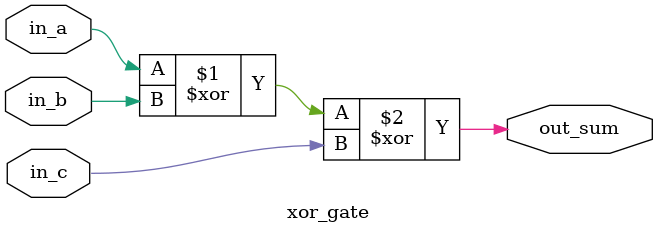
<source format=v>
module xor_gate(
    in_a,
    in_b,
    in_c,
    out_sum
);

input in_a;
input in_b;
input in_c;
output out_sum;

assign out_sum = in_a ^ in_b ^ in_c;

endmodule
</source>
